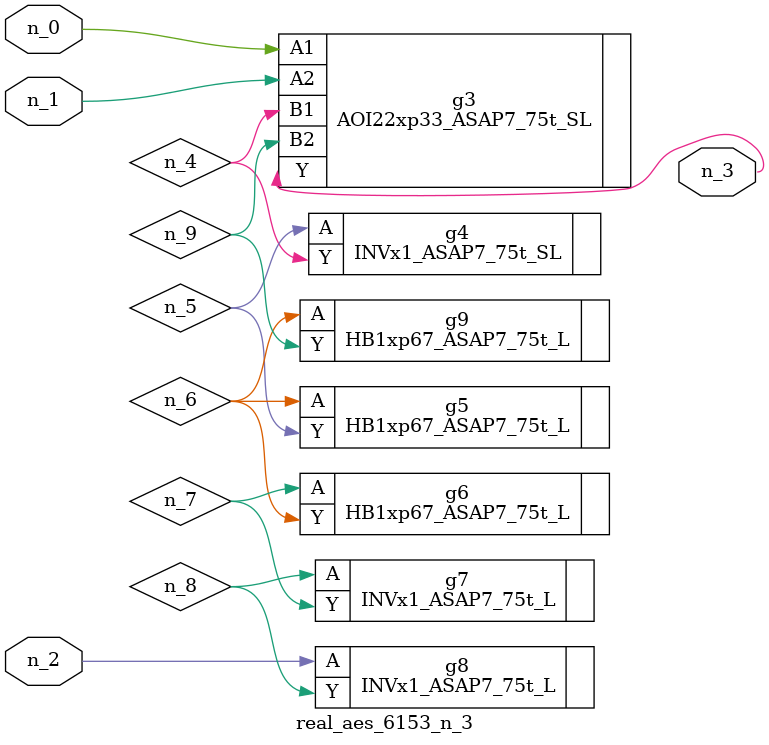
<source format=v>
module real_aes_6153_n_3 (n_0, n_2, n_1, n_3);
input n_0;
input n_2;
input n_1;
output n_3;
wire n_4;
wire n_5;
wire n_7;
wire n_9;
wire n_6;
wire n_8;
AOI22xp33_ASAP7_75t_SL g3 ( .A1(n_0), .A2(n_1), .B1(n_4), .B2(n_9), .Y(n_3) );
INVx1_ASAP7_75t_L g8 ( .A(n_2), .Y(n_8) );
INVx1_ASAP7_75t_SL g4 ( .A(n_5), .Y(n_4) );
HB1xp67_ASAP7_75t_L g5 ( .A(n_6), .Y(n_5) );
HB1xp67_ASAP7_75t_L g9 ( .A(n_6), .Y(n_9) );
HB1xp67_ASAP7_75t_L g6 ( .A(n_7), .Y(n_6) );
INVx1_ASAP7_75t_L g7 ( .A(n_8), .Y(n_7) );
endmodule
</source>
